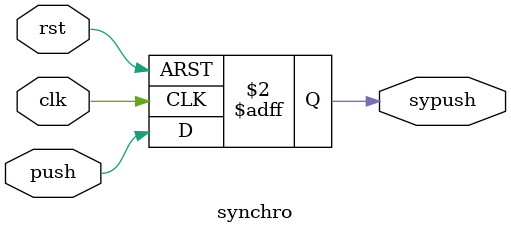
<source format=v>
`timescale 1ns / 1ps


//Meant to delay the push signal till after the clock edge if push changes at the setup and hold time range of a posedge clk
//If it fails to capture it, it simply delays the push to the next clock edge
//If it captures it, it will send the synchronized push to the scorer after the clock edge
module synchro(push, clk, rst, sypush);

	input push, clk, rst;
	output sypush;
	reg sypush;
	
	always@(posedge clk or posedge rst) //asynchronous reset
		begin
		if(rst) sypush <= 0;
		else sypush <= push;
		end
endmodule

</source>
